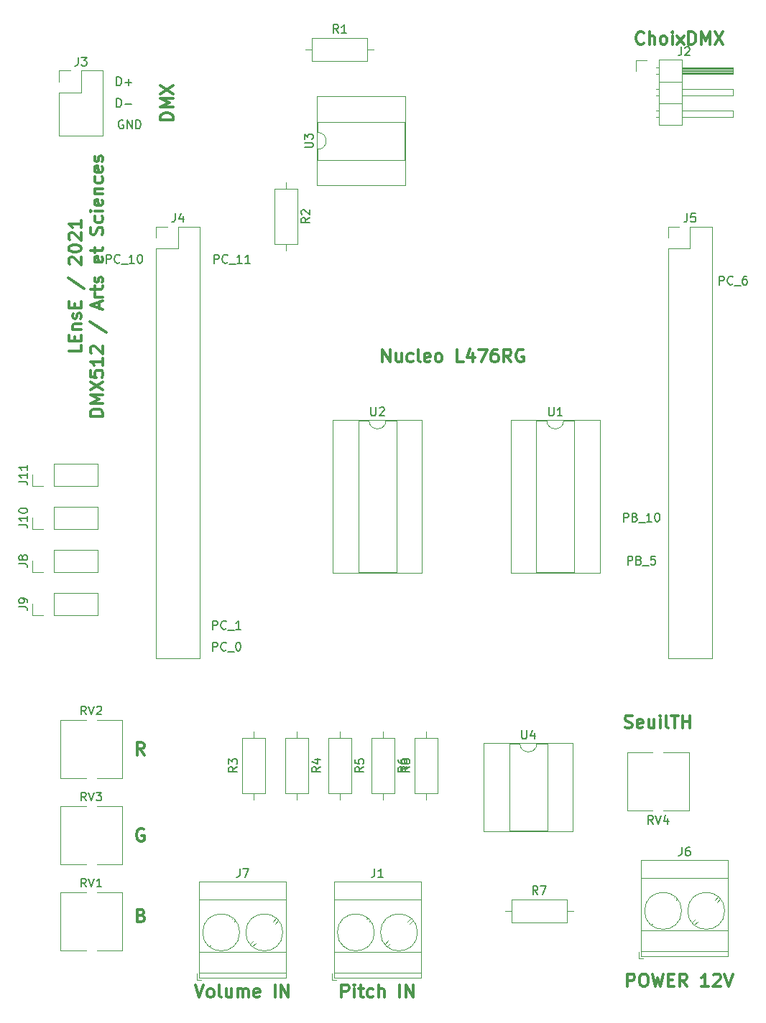
<source format=gbr>
%TF.GenerationSoftware,KiCad,Pcbnew,(5.1.6)-1*%
%TF.CreationDate,2021-11-21T11:26:52+01:00*%
%TF.ProjectId,carteDmx512,63617274-6544-46d7-9835-31322e6b6963,rev?*%
%TF.SameCoordinates,Original*%
%TF.FileFunction,Legend,Top*%
%TF.FilePolarity,Positive*%
%FSLAX46Y46*%
G04 Gerber Fmt 4.6, Leading zero omitted, Abs format (unit mm)*
G04 Created by KiCad (PCBNEW (5.1.6)-1) date 2021-11-21 11:26:52*
%MOMM*%
%LPD*%
G01*
G04 APERTURE LIST*
%ADD10C,0.300000*%
%ADD11C,0.150000*%
%ADD12C,0.120000*%
G04 APERTURE END LIST*
D10*
X205783571Y-59749285D02*
X204283571Y-59749285D01*
X204283571Y-59392142D01*
X204355000Y-59177857D01*
X204497857Y-59035000D01*
X204640714Y-58963571D01*
X204926428Y-58892142D01*
X205140714Y-58892142D01*
X205426428Y-58963571D01*
X205569285Y-59035000D01*
X205712142Y-59177857D01*
X205783571Y-59392142D01*
X205783571Y-59749285D01*
X205783571Y-58249285D02*
X204283571Y-58249285D01*
X205355000Y-57749285D01*
X204283571Y-57249285D01*
X205783571Y-57249285D01*
X204283571Y-56677857D02*
X205783571Y-55677857D01*
X204283571Y-55677857D02*
X205783571Y-56677857D01*
X261251428Y-50700714D02*
X261180000Y-50772142D01*
X260965714Y-50843571D01*
X260822857Y-50843571D01*
X260608571Y-50772142D01*
X260465714Y-50629285D01*
X260394285Y-50486428D01*
X260322857Y-50200714D01*
X260322857Y-49986428D01*
X260394285Y-49700714D01*
X260465714Y-49557857D01*
X260608571Y-49415000D01*
X260822857Y-49343571D01*
X260965714Y-49343571D01*
X261180000Y-49415000D01*
X261251428Y-49486428D01*
X261894285Y-50843571D02*
X261894285Y-49343571D01*
X262537142Y-50843571D02*
X262537142Y-50057857D01*
X262465714Y-49915000D01*
X262322857Y-49843571D01*
X262108571Y-49843571D01*
X261965714Y-49915000D01*
X261894285Y-49986428D01*
X263465714Y-50843571D02*
X263322857Y-50772142D01*
X263251428Y-50700714D01*
X263180000Y-50557857D01*
X263180000Y-50129285D01*
X263251428Y-49986428D01*
X263322857Y-49915000D01*
X263465714Y-49843571D01*
X263680000Y-49843571D01*
X263822857Y-49915000D01*
X263894285Y-49986428D01*
X263965714Y-50129285D01*
X263965714Y-50557857D01*
X263894285Y-50700714D01*
X263822857Y-50772142D01*
X263680000Y-50843571D01*
X263465714Y-50843571D01*
X264608571Y-50843571D02*
X264608571Y-49843571D01*
X264608571Y-49343571D02*
X264537142Y-49415000D01*
X264608571Y-49486428D01*
X264680000Y-49415000D01*
X264608571Y-49343571D01*
X264608571Y-49486428D01*
X265180000Y-50843571D02*
X265965714Y-49843571D01*
X265180000Y-49843571D02*
X265965714Y-50843571D01*
X266537142Y-50843571D02*
X266537142Y-49343571D01*
X266894285Y-49343571D01*
X267108571Y-49415000D01*
X267251428Y-49557857D01*
X267322857Y-49700714D01*
X267394285Y-49986428D01*
X267394285Y-50200714D01*
X267322857Y-50486428D01*
X267251428Y-50629285D01*
X267108571Y-50772142D01*
X266894285Y-50843571D01*
X266537142Y-50843571D01*
X268037142Y-50843571D02*
X268037142Y-49343571D01*
X268537142Y-50415000D01*
X269037142Y-49343571D01*
X269037142Y-50843571D01*
X269608571Y-49343571D02*
X270608571Y-50843571D01*
X270608571Y-49343571D02*
X269608571Y-50843571D01*
X230474285Y-88308571D02*
X230474285Y-86808571D01*
X231331428Y-88308571D01*
X231331428Y-86808571D01*
X232688571Y-87308571D02*
X232688571Y-88308571D01*
X232045714Y-87308571D02*
X232045714Y-88094285D01*
X232117142Y-88237142D01*
X232260000Y-88308571D01*
X232474285Y-88308571D01*
X232617142Y-88237142D01*
X232688571Y-88165714D01*
X234045714Y-88237142D02*
X233902857Y-88308571D01*
X233617142Y-88308571D01*
X233474285Y-88237142D01*
X233402857Y-88165714D01*
X233331428Y-88022857D01*
X233331428Y-87594285D01*
X233402857Y-87451428D01*
X233474285Y-87380000D01*
X233617142Y-87308571D01*
X233902857Y-87308571D01*
X234045714Y-87380000D01*
X234902857Y-88308571D02*
X234760000Y-88237142D01*
X234688571Y-88094285D01*
X234688571Y-86808571D01*
X236045714Y-88237142D02*
X235902857Y-88308571D01*
X235617142Y-88308571D01*
X235474285Y-88237142D01*
X235402857Y-88094285D01*
X235402857Y-87522857D01*
X235474285Y-87380000D01*
X235617142Y-87308571D01*
X235902857Y-87308571D01*
X236045714Y-87380000D01*
X236117142Y-87522857D01*
X236117142Y-87665714D01*
X235402857Y-87808571D01*
X236974285Y-88308571D02*
X236831428Y-88237142D01*
X236760000Y-88165714D01*
X236688571Y-88022857D01*
X236688571Y-87594285D01*
X236760000Y-87451428D01*
X236831428Y-87380000D01*
X236974285Y-87308571D01*
X237188571Y-87308571D01*
X237331428Y-87380000D01*
X237402857Y-87451428D01*
X237474285Y-87594285D01*
X237474285Y-88022857D01*
X237402857Y-88165714D01*
X237331428Y-88237142D01*
X237188571Y-88308571D01*
X236974285Y-88308571D01*
X239974285Y-88308571D02*
X239260000Y-88308571D01*
X239260000Y-86808571D01*
X241117142Y-87308571D02*
X241117142Y-88308571D01*
X240760000Y-86737142D02*
X240402857Y-87808571D01*
X241331428Y-87808571D01*
X241760000Y-86808571D02*
X242760000Y-86808571D01*
X242117142Y-88308571D01*
X243974285Y-86808571D02*
X243688571Y-86808571D01*
X243545714Y-86880000D01*
X243474285Y-86951428D01*
X243331428Y-87165714D01*
X243260000Y-87451428D01*
X243260000Y-88022857D01*
X243331428Y-88165714D01*
X243402857Y-88237142D01*
X243545714Y-88308571D01*
X243831428Y-88308571D01*
X243974285Y-88237142D01*
X244045714Y-88165714D01*
X244117142Y-88022857D01*
X244117142Y-87665714D01*
X244045714Y-87522857D01*
X243974285Y-87451428D01*
X243831428Y-87380000D01*
X243545714Y-87380000D01*
X243402857Y-87451428D01*
X243331428Y-87522857D01*
X243260000Y-87665714D01*
X245617142Y-88308571D02*
X245117142Y-87594285D01*
X244760000Y-88308571D02*
X244760000Y-86808571D01*
X245331428Y-86808571D01*
X245474285Y-86880000D01*
X245545714Y-86951428D01*
X245617142Y-87094285D01*
X245617142Y-87308571D01*
X245545714Y-87451428D01*
X245474285Y-87522857D01*
X245331428Y-87594285D01*
X244760000Y-87594285D01*
X247045714Y-86880000D02*
X246902857Y-86808571D01*
X246688571Y-86808571D01*
X246474285Y-86880000D01*
X246331428Y-87022857D01*
X246260000Y-87165714D01*
X246188571Y-87451428D01*
X246188571Y-87665714D01*
X246260000Y-87951428D01*
X246331428Y-88094285D01*
X246474285Y-88237142D01*
X246688571Y-88308571D01*
X246831428Y-88308571D01*
X247045714Y-88237142D01*
X247117142Y-88165714D01*
X247117142Y-87665714D01*
X246831428Y-87665714D01*
X259032857Y-131417142D02*
X259247142Y-131488571D01*
X259604285Y-131488571D01*
X259747142Y-131417142D01*
X259818571Y-131345714D01*
X259890000Y-131202857D01*
X259890000Y-131060000D01*
X259818571Y-130917142D01*
X259747142Y-130845714D01*
X259604285Y-130774285D01*
X259318571Y-130702857D01*
X259175714Y-130631428D01*
X259104285Y-130560000D01*
X259032857Y-130417142D01*
X259032857Y-130274285D01*
X259104285Y-130131428D01*
X259175714Y-130060000D01*
X259318571Y-129988571D01*
X259675714Y-129988571D01*
X259890000Y-130060000D01*
X261104285Y-131417142D02*
X260961428Y-131488571D01*
X260675714Y-131488571D01*
X260532857Y-131417142D01*
X260461428Y-131274285D01*
X260461428Y-130702857D01*
X260532857Y-130560000D01*
X260675714Y-130488571D01*
X260961428Y-130488571D01*
X261104285Y-130560000D01*
X261175714Y-130702857D01*
X261175714Y-130845714D01*
X260461428Y-130988571D01*
X262461428Y-130488571D02*
X262461428Y-131488571D01*
X261818571Y-130488571D02*
X261818571Y-131274285D01*
X261890000Y-131417142D01*
X262032857Y-131488571D01*
X262247142Y-131488571D01*
X262390000Y-131417142D01*
X262461428Y-131345714D01*
X263175714Y-131488571D02*
X263175714Y-130488571D01*
X263175714Y-129988571D02*
X263104285Y-130060000D01*
X263175714Y-130131428D01*
X263247142Y-130060000D01*
X263175714Y-129988571D01*
X263175714Y-130131428D01*
X264104285Y-131488571D02*
X263961428Y-131417142D01*
X263890000Y-131274285D01*
X263890000Y-129988571D01*
X264461428Y-129988571D02*
X265318571Y-129988571D01*
X264890000Y-131488571D02*
X264890000Y-129988571D01*
X265818571Y-131488571D02*
X265818571Y-129988571D01*
X265818571Y-130702857D02*
X266675714Y-130702857D01*
X266675714Y-131488571D02*
X266675714Y-129988571D01*
X202037142Y-153562857D02*
X202251428Y-153634285D01*
X202322857Y-153705714D01*
X202394285Y-153848571D01*
X202394285Y-154062857D01*
X202322857Y-154205714D01*
X202251428Y-154277142D01*
X202108571Y-154348571D01*
X201537142Y-154348571D01*
X201537142Y-152848571D01*
X202037142Y-152848571D01*
X202180000Y-152920000D01*
X202251428Y-152991428D01*
X202322857Y-153134285D01*
X202322857Y-153277142D01*
X202251428Y-153420000D01*
X202180000Y-153491428D01*
X202037142Y-153562857D01*
X201537142Y-153562857D01*
X202322857Y-143395000D02*
X202180000Y-143323571D01*
X201965714Y-143323571D01*
X201751428Y-143395000D01*
X201608571Y-143537857D01*
X201537142Y-143680714D01*
X201465714Y-143966428D01*
X201465714Y-144180714D01*
X201537142Y-144466428D01*
X201608571Y-144609285D01*
X201751428Y-144752142D01*
X201965714Y-144823571D01*
X202108571Y-144823571D01*
X202322857Y-144752142D01*
X202394285Y-144680714D01*
X202394285Y-144180714D01*
X202108571Y-144180714D01*
X202394285Y-134663571D02*
X201894285Y-133949285D01*
X201537142Y-134663571D02*
X201537142Y-133163571D01*
X202108571Y-133163571D01*
X202251428Y-133235000D01*
X202322857Y-133306428D01*
X202394285Y-133449285D01*
X202394285Y-133663571D01*
X202322857Y-133806428D01*
X202251428Y-133877857D01*
X202108571Y-133949285D01*
X201537142Y-133949285D01*
X259322857Y-161968571D02*
X259322857Y-160468571D01*
X259894285Y-160468571D01*
X260037142Y-160540000D01*
X260108571Y-160611428D01*
X260180000Y-160754285D01*
X260180000Y-160968571D01*
X260108571Y-161111428D01*
X260037142Y-161182857D01*
X259894285Y-161254285D01*
X259322857Y-161254285D01*
X261108571Y-160468571D02*
X261394285Y-160468571D01*
X261537142Y-160540000D01*
X261680000Y-160682857D01*
X261751428Y-160968571D01*
X261751428Y-161468571D01*
X261680000Y-161754285D01*
X261537142Y-161897142D01*
X261394285Y-161968571D01*
X261108571Y-161968571D01*
X260965714Y-161897142D01*
X260822857Y-161754285D01*
X260751428Y-161468571D01*
X260751428Y-160968571D01*
X260822857Y-160682857D01*
X260965714Y-160540000D01*
X261108571Y-160468571D01*
X262251428Y-160468571D02*
X262608571Y-161968571D01*
X262894285Y-160897142D01*
X263180000Y-161968571D01*
X263537142Y-160468571D01*
X264108571Y-161182857D02*
X264608571Y-161182857D01*
X264822857Y-161968571D02*
X264108571Y-161968571D01*
X264108571Y-160468571D01*
X264822857Y-160468571D01*
X266322857Y-161968571D02*
X265822857Y-161254285D01*
X265465714Y-161968571D02*
X265465714Y-160468571D01*
X266037142Y-160468571D01*
X266180000Y-160540000D01*
X266251428Y-160611428D01*
X266322857Y-160754285D01*
X266322857Y-160968571D01*
X266251428Y-161111428D01*
X266180000Y-161182857D01*
X266037142Y-161254285D01*
X265465714Y-161254285D01*
X268894285Y-161968571D02*
X268037142Y-161968571D01*
X268465714Y-161968571D02*
X268465714Y-160468571D01*
X268322857Y-160682857D01*
X268180000Y-160825714D01*
X268037142Y-160897142D01*
X269465714Y-160611428D02*
X269537142Y-160540000D01*
X269680000Y-160468571D01*
X270037142Y-160468571D01*
X270180000Y-160540000D01*
X270251428Y-160611428D01*
X270322857Y-160754285D01*
X270322857Y-160897142D01*
X270251428Y-161111428D01*
X269394285Y-161968571D01*
X270322857Y-161968571D01*
X270751428Y-160468571D02*
X271251428Y-161968571D01*
X271751428Y-160468571D01*
X225655714Y-163238571D02*
X225655714Y-161738571D01*
X226227142Y-161738571D01*
X226370000Y-161810000D01*
X226441428Y-161881428D01*
X226512857Y-162024285D01*
X226512857Y-162238571D01*
X226441428Y-162381428D01*
X226370000Y-162452857D01*
X226227142Y-162524285D01*
X225655714Y-162524285D01*
X227155714Y-163238571D02*
X227155714Y-162238571D01*
X227155714Y-161738571D02*
X227084285Y-161810000D01*
X227155714Y-161881428D01*
X227227142Y-161810000D01*
X227155714Y-161738571D01*
X227155714Y-161881428D01*
X227655714Y-162238571D02*
X228227142Y-162238571D01*
X227870000Y-161738571D02*
X227870000Y-163024285D01*
X227941428Y-163167142D01*
X228084285Y-163238571D01*
X228227142Y-163238571D01*
X229370000Y-163167142D02*
X229227142Y-163238571D01*
X228941428Y-163238571D01*
X228798571Y-163167142D01*
X228727142Y-163095714D01*
X228655714Y-162952857D01*
X228655714Y-162524285D01*
X228727142Y-162381428D01*
X228798571Y-162310000D01*
X228941428Y-162238571D01*
X229227142Y-162238571D01*
X229370000Y-162310000D01*
X230012857Y-163238571D02*
X230012857Y-161738571D01*
X230655714Y-163238571D02*
X230655714Y-162452857D01*
X230584285Y-162310000D01*
X230441428Y-162238571D01*
X230227142Y-162238571D01*
X230084285Y-162310000D01*
X230012857Y-162381428D01*
X232512857Y-163238571D02*
X232512857Y-161738571D01*
X233227142Y-163238571D02*
X233227142Y-161738571D01*
X234084285Y-163238571D01*
X234084285Y-161738571D01*
X208387857Y-161738571D02*
X208887857Y-163238571D01*
X209387857Y-161738571D01*
X210102142Y-163238571D02*
X209959285Y-163167142D01*
X209887857Y-163095714D01*
X209816428Y-162952857D01*
X209816428Y-162524285D01*
X209887857Y-162381428D01*
X209959285Y-162310000D01*
X210102142Y-162238571D01*
X210316428Y-162238571D01*
X210459285Y-162310000D01*
X210530714Y-162381428D01*
X210602142Y-162524285D01*
X210602142Y-162952857D01*
X210530714Y-163095714D01*
X210459285Y-163167142D01*
X210316428Y-163238571D01*
X210102142Y-163238571D01*
X211459285Y-163238571D02*
X211316428Y-163167142D01*
X211245000Y-163024285D01*
X211245000Y-161738571D01*
X212673571Y-162238571D02*
X212673571Y-163238571D01*
X212030714Y-162238571D02*
X212030714Y-163024285D01*
X212102142Y-163167142D01*
X212245000Y-163238571D01*
X212459285Y-163238571D01*
X212602142Y-163167142D01*
X212673571Y-163095714D01*
X213387857Y-163238571D02*
X213387857Y-162238571D01*
X213387857Y-162381428D02*
X213459285Y-162310000D01*
X213602142Y-162238571D01*
X213816428Y-162238571D01*
X213959285Y-162310000D01*
X214030714Y-162452857D01*
X214030714Y-163238571D01*
X214030714Y-162452857D02*
X214102142Y-162310000D01*
X214245000Y-162238571D01*
X214459285Y-162238571D01*
X214602142Y-162310000D01*
X214673571Y-162452857D01*
X214673571Y-163238571D01*
X215959285Y-163167142D02*
X215816428Y-163238571D01*
X215530714Y-163238571D01*
X215387857Y-163167142D01*
X215316428Y-163024285D01*
X215316428Y-162452857D01*
X215387857Y-162310000D01*
X215530714Y-162238571D01*
X215816428Y-162238571D01*
X215959285Y-162310000D01*
X216030714Y-162452857D01*
X216030714Y-162595714D01*
X215316428Y-162738571D01*
X217816428Y-163238571D02*
X217816428Y-161738571D01*
X218530714Y-163238571D02*
X218530714Y-161738571D01*
X219387857Y-163238571D01*
X219387857Y-161738571D01*
X194983571Y-86339285D02*
X194983571Y-87053571D01*
X193483571Y-87053571D01*
X194197857Y-85839285D02*
X194197857Y-85339285D01*
X194983571Y-85125000D02*
X194983571Y-85839285D01*
X193483571Y-85839285D01*
X193483571Y-85125000D01*
X193983571Y-84482142D02*
X194983571Y-84482142D01*
X194126428Y-84482142D02*
X194055000Y-84410714D01*
X193983571Y-84267857D01*
X193983571Y-84053571D01*
X194055000Y-83910714D01*
X194197857Y-83839285D01*
X194983571Y-83839285D01*
X194912142Y-83196428D02*
X194983571Y-83053571D01*
X194983571Y-82767857D01*
X194912142Y-82625000D01*
X194769285Y-82553571D01*
X194697857Y-82553571D01*
X194555000Y-82625000D01*
X194483571Y-82767857D01*
X194483571Y-82982142D01*
X194412142Y-83125000D01*
X194269285Y-83196428D01*
X194197857Y-83196428D01*
X194055000Y-83125000D01*
X193983571Y-82982142D01*
X193983571Y-82767857D01*
X194055000Y-82625000D01*
X194197857Y-81910714D02*
X194197857Y-81410714D01*
X194983571Y-81196428D02*
X194983571Y-81910714D01*
X193483571Y-81910714D01*
X193483571Y-81196428D01*
X193412142Y-78339285D02*
X195340714Y-79625000D01*
X193626428Y-76767857D02*
X193555000Y-76696428D01*
X193483571Y-76553571D01*
X193483571Y-76196428D01*
X193555000Y-76053571D01*
X193626428Y-75982142D01*
X193769285Y-75910714D01*
X193912142Y-75910714D01*
X194126428Y-75982142D01*
X194983571Y-76839285D01*
X194983571Y-75910714D01*
X193483571Y-74982142D02*
X193483571Y-74839285D01*
X193555000Y-74696428D01*
X193626428Y-74625000D01*
X193769285Y-74553571D01*
X194055000Y-74482142D01*
X194412142Y-74482142D01*
X194697857Y-74553571D01*
X194840714Y-74625000D01*
X194912142Y-74696428D01*
X194983571Y-74839285D01*
X194983571Y-74982142D01*
X194912142Y-75125000D01*
X194840714Y-75196428D01*
X194697857Y-75267857D01*
X194412142Y-75339285D01*
X194055000Y-75339285D01*
X193769285Y-75267857D01*
X193626428Y-75196428D01*
X193555000Y-75125000D01*
X193483571Y-74982142D01*
X193626428Y-73910714D02*
X193555000Y-73839285D01*
X193483571Y-73696428D01*
X193483571Y-73339285D01*
X193555000Y-73196428D01*
X193626428Y-73125000D01*
X193769285Y-73053571D01*
X193912142Y-73053571D01*
X194126428Y-73125000D01*
X194983571Y-73982142D01*
X194983571Y-73053571D01*
X194983571Y-71625000D02*
X194983571Y-72482142D01*
X194983571Y-72053571D02*
X193483571Y-72053571D01*
X193697857Y-72196428D01*
X193840714Y-72339285D01*
X193912142Y-72482142D01*
X197533571Y-94696428D02*
X196033571Y-94696428D01*
X196033571Y-94339285D01*
X196105000Y-94125000D01*
X196247857Y-93982142D01*
X196390714Y-93910714D01*
X196676428Y-93839285D01*
X196890714Y-93839285D01*
X197176428Y-93910714D01*
X197319285Y-93982142D01*
X197462142Y-94125000D01*
X197533571Y-94339285D01*
X197533571Y-94696428D01*
X197533571Y-93196428D02*
X196033571Y-93196428D01*
X197105000Y-92696428D01*
X196033571Y-92196428D01*
X197533571Y-92196428D01*
X196033571Y-91625000D02*
X197533571Y-90625000D01*
X196033571Y-90625000D02*
X197533571Y-91625000D01*
X196033571Y-89339285D02*
X196033571Y-90053571D01*
X196747857Y-90125000D01*
X196676428Y-90053571D01*
X196605000Y-89910714D01*
X196605000Y-89553571D01*
X196676428Y-89410714D01*
X196747857Y-89339285D01*
X196890714Y-89267857D01*
X197247857Y-89267857D01*
X197390714Y-89339285D01*
X197462142Y-89410714D01*
X197533571Y-89553571D01*
X197533571Y-89910714D01*
X197462142Y-90053571D01*
X197390714Y-90125000D01*
X197533571Y-87839285D02*
X197533571Y-88696428D01*
X197533571Y-88267857D02*
X196033571Y-88267857D01*
X196247857Y-88410714D01*
X196390714Y-88553571D01*
X196462142Y-88696428D01*
X196176428Y-87267857D02*
X196105000Y-87196428D01*
X196033571Y-87053571D01*
X196033571Y-86696428D01*
X196105000Y-86553571D01*
X196176428Y-86482142D01*
X196319285Y-86410714D01*
X196462142Y-86410714D01*
X196676428Y-86482142D01*
X197533571Y-87339285D01*
X197533571Y-86410714D01*
X195962142Y-83553571D02*
X197890714Y-84839285D01*
X197105000Y-81982142D02*
X197105000Y-81267857D01*
X197533571Y-82125000D02*
X196033571Y-81625000D01*
X197533571Y-81125000D01*
X197533571Y-80625000D02*
X196533571Y-80625000D01*
X196819285Y-80625000D02*
X196676428Y-80553571D01*
X196605000Y-80482142D01*
X196533571Y-80339285D01*
X196533571Y-80196428D01*
X196533571Y-79910714D02*
X196533571Y-79339285D01*
X196033571Y-79696428D02*
X197319285Y-79696428D01*
X197462142Y-79625000D01*
X197533571Y-79482142D01*
X197533571Y-79339285D01*
X197462142Y-78910714D02*
X197533571Y-78767857D01*
X197533571Y-78482142D01*
X197462142Y-78339285D01*
X197319285Y-78267857D01*
X197247857Y-78267857D01*
X197105000Y-78339285D01*
X197033571Y-78482142D01*
X197033571Y-78696428D01*
X196962142Y-78839285D01*
X196819285Y-78910714D01*
X196747857Y-78910714D01*
X196605000Y-78839285D01*
X196533571Y-78696428D01*
X196533571Y-78482142D01*
X196605000Y-78339285D01*
X197462142Y-75910714D02*
X197533571Y-76053571D01*
X197533571Y-76339285D01*
X197462142Y-76482142D01*
X197319285Y-76553571D01*
X196747857Y-76553571D01*
X196605000Y-76482142D01*
X196533571Y-76339285D01*
X196533571Y-76053571D01*
X196605000Y-75910714D01*
X196747857Y-75839285D01*
X196890714Y-75839285D01*
X197033571Y-76553571D01*
X196533571Y-75410714D02*
X196533571Y-74839285D01*
X196033571Y-75196428D02*
X197319285Y-75196428D01*
X197462142Y-75125000D01*
X197533571Y-74982142D01*
X197533571Y-74839285D01*
X197462142Y-73267857D02*
X197533571Y-73053571D01*
X197533571Y-72696428D01*
X197462142Y-72553571D01*
X197390714Y-72482142D01*
X197247857Y-72410714D01*
X197105000Y-72410714D01*
X196962142Y-72482142D01*
X196890714Y-72553571D01*
X196819285Y-72696428D01*
X196747857Y-72982142D01*
X196676428Y-73125000D01*
X196605000Y-73196428D01*
X196462142Y-73267857D01*
X196319285Y-73267857D01*
X196176428Y-73196428D01*
X196105000Y-73125000D01*
X196033571Y-72982142D01*
X196033571Y-72625000D01*
X196105000Y-72410714D01*
X197462142Y-71125000D02*
X197533571Y-71267857D01*
X197533571Y-71553571D01*
X197462142Y-71696428D01*
X197390714Y-71767857D01*
X197247857Y-71839285D01*
X196819285Y-71839285D01*
X196676428Y-71767857D01*
X196605000Y-71696428D01*
X196533571Y-71553571D01*
X196533571Y-71267857D01*
X196605000Y-71125000D01*
X197533571Y-70482142D02*
X196533571Y-70482142D01*
X196033571Y-70482142D02*
X196105000Y-70553571D01*
X196176428Y-70482142D01*
X196105000Y-70410714D01*
X196033571Y-70482142D01*
X196176428Y-70482142D01*
X197462142Y-69196428D02*
X197533571Y-69339285D01*
X197533571Y-69625000D01*
X197462142Y-69767857D01*
X197319285Y-69839285D01*
X196747857Y-69839285D01*
X196605000Y-69767857D01*
X196533571Y-69625000D01*
X196533571Y-69339285D01*
X196605000Y-69196428D01*
X196747857Y-69125000D01*
X196890714Y-69125000D01*
X197033571Y-69839285D01*
X196533571Y-68482142D02*
X197533571Y-68482142D01*
X196676428Y-68482142D02*
X196605000Y-68410714D01*
X196533571Y-68267857D01*
X196533571Y-68053571D01*
X196605000Y-67910714D01*
X196747857Y-67839285D01*
X197533571Y-67839285D01*
X197462142Y-66482142D02*
X197533571Y-66625000D01*
X197533571Y-66910714D01*
X197462142Y-67053571D01*
X197390714Y-67125000D01*
X197247857Y-67196428D01*
X196819285Y-67196428D01*
X196676428Y-67125000D01*
X196605000Y-67053571D01*
X196533571Y-66910714D01*
X196533571Y-66625000D01*
X196605000Y-66482142D01*
X197462142Y-65267857D02*
X197533571Y-65410714D01*
X197533571Y-65696428D01*
X197462142Y-65839285D01*
X197319285Y-65910714D01*
X196747857Y-65910714D01*
X196605000Y-65839285D01*
X196533571Y-65696428D01*
X196533571Y-65410714D01*
X196605000Y-65267857D01*
X196747857Y-65196428D01*
X196890714Y-65196428D01*
X197033571Y-65910714D01*
X197462142Y-64625000D02*
X197533571Y-64482142D01*
X197533571Y-64196428D01*
X197462142Y-64053571D01*
X197319285Y-63982142D01*
X197247857Y-63982142D01*
X197105000Y-64053571D01*
X197033571Y-64196428D01*
X197033571Y-64410714D01*
X196962142Y-64553571D01*
X196819285Y-64625000D01*
X196747857Y-64625000D01*
X196605000Y-64553571D01*
X196533571Y-64410714D01*
X196533571Y-64196428D01*
X196605000Y-64053571D01*
D11*
X258889761Y-107132380D02*
X258889761Y-106132380D01*
X259270714Y-106132380D01*
X259365952Y-106180000D01*
X259413571Y-106227619D01*
X259461190Y-106322857D01*
X259461190Y-106465714D01*
X259413571Y-106560952D01*
X259365952Y-106608571D01*
X259270714Y-106656190D01*
X258889761Y-106656190D01*
X260223095Y-106608571D02*
X260365952Y-106656190D01*
X260413571Y-106703809D01*
X260461190Y-106799047D01*
X260461190Y-106941904D01*
X260413571Y-107037142D01*
X260365952Y-107084761D01*
X260270714Y-107132380D01*
X259889761Y-107132380D01*
X259889761Y-106132380D01*
X260223095Y-106132380D01*
X260318333Y-106180000D01*
X260365952Y-106227619D01*
X260413571Y-106322857D01*
X260413571Y-106418095D01*
X260365952Y-106513333D01*
X260318333Y-106560952D01*
X260223095Y-106608571D01*
X259889761Y-106608571D01*
X260651666Y-107227619D02*
X261413571Y-107227619D01*
X262175476Y-107132380D02*
X261604047Y-107132380D01*
X261889761Y-107132380D02*
X261889761Y-106132380D01*
X261794523Y-106275238D01*
X261699285Y-106370476D01*
X261604047Y-106418095D01*
X262794523Y-106132380D02*
X262889761Y-106132380D01*
X262985000Y-106180000D01*
X263032619Y-106227619D01*
X263080238Y-106322857D01*
X263127857Y-106513333D01*
X263127857Y-106751428D01*
X263080238Y-106941904D01*
X263032619Y-107037142D01*
X262985000Y-107084761D01*
X262889761Y-107132380D01*
X262794523Y-107132380D01*
X262699285Y-107084761D01*
X262651666Y-107037142D01*
X262604047Y-106941904D01*
X262556428Y-106751428D01*
X262556428Y-106513333D01*
X262604047Y-106322857D01*
X262651666Y-106227619D01*
X262699285Y-106180000D01*
X262794523Y-106132380D01*
X259365952Y-112212380D02*
X259365952Y-111212380D01*
X259746904Y-111212380D01*
X259842142Y-111260000D01*
X259889761Y-111307619D01*
X259937380Y-111402857D01*
X259937380Y-111545714D01*
X259889761Y-111640952D01*
X259842142Y-111688571D01*
X259746904Y-111736190D01*
X259365952Y-111736190D01*
X260699285Y-111688571D02*
X260842142Y-111736190D01*
X260889761Y-111783809D01*
X260937380Y-111879047D01*
X260937380Y-112021904D01*
X260889761Y-112117142D01*
X260842142Y-112164761D01*
X260746904Y-112212380D01*
X260365952Y-112212380D01*
X260365952Y-111212380D01*
X260699285Y-111212380D01*
X260794523Y-111260000D01*
X260842142Y-111307619D01*
X260889761Y-111402857D01*
X260889761Y-111498095D01*
X260842142Y-111593333D01*
X260794523Y-111640952D01*
X260699285Y-111688571D01*
X260365952Y-111688571D01*
X261127857Y-112307619D02*
X261889761Y-112307619D01*
X262604047Y-111212380D02*
X262127857Y-111212380D01*
X262080238Y-111688571D01*
X262127857Y-111640952D01*
X262223095Y-111593333D01*
X262461190Y-111593333D01*
X262556428Y-111640952D01*
X262604047Y-111688571D01*
X262651666Y-111783809D01*
X262651666Y-112021904D01*
X262604047Y-112117142D01*
X262556428Y-112164761D01*
X262461190Y-112212380D01*
X262223095Y-112212380D01*
X262127857Y-112164761D01*
X262080238Y-112117142D01*
X270160952Y-79192380D02*
X270160952Y-78192380D01*
X270541904Y-78192380D01*
X270637142Y-78240000D01*
X270684761Y-78287619D01*
X270732380Y-78382857D01*
X270732380Y-78525714D01*
X270684761Y-78620952D01*
X270637142Y-78668571D01*
X270541904Y-78716190D01*
X270160952Y-78716190D01*
X271732380Y-79097142D02*
X271684761Y-79144761D01*
X271541904Y-79192380D01*
X271446666Y-79192380D01*
X271303809Y-79144761D01*
X271208571Y-79049523D01*
X271160952Y-78954285D01*
X271113333Y-78763809D01*
X271113333Y-78620952D01*
X271160952Y-78430476D01*
X271208571Y-78335238D01*
X271303809Y-78240000D01*
X271446666Y-78192380D01*
X271541904Y-78192380D01*
X271684761Y-78240000D01*
X271732380Y-78287619D01*
X271922857Y-79287619D02*
X272684761Y-79287619D01*
X273351428Y-78192380D02*
X273160952Y-78192380D01*
X273065714Y-78240000D01*
X273018095Y-78287619D01*
X272922857Y-78430476D01*
X272875238Y-78620952D01*
X272875238Y-79001904D01*
X272922857Y-79097142D01*
X272970476Y-79144761D01*
X273065714Y-79192380D01*
X273256190Y-79192380D01*
X273351428Y-79144761D01*
X273399047Y-79097142D01*
X273446666Y-79001904D01*
X273446666Y-78763809D01*
X273399047Y-78668571D01*
X273351428Y-78620952D01*
X273256190Y-78573333D01*
X273065714Y-78573333D01*
X272970476Y-78620952D01*
X272922857Y-78668571D01*
X272875238Y-78763809D01*
X199144047Y-58237380D02*
X199144047Y-57237380D01*
X199382142Y-57237380D01*
X199525000Y-57285000D01*
X199620238Y-57380238D01*
X199667857Y-57475476D01*
X199715476Y-57665952D01*
X199715476Y-57808809D01*
X199667857Y-57999285D01*
X199620238Y-58094523D01*
X199525000Y-58189761D01*
X199382142Y-58237380D01*
X199144047Y-58237380D01*
X200144047Y-57856428D02*
X200905952Y-57856428D01*
X199144047Y-55697380D02*
X199144047Y-54697380D01*
X199382142Y-54697380D01*
X199525000Y-54745000D01*
X199620238Y-54840238D01*
X199667857Y-54935476D01*
X199715476Y-55125952D01*
X199715476Y-55268809D01*
X199667857Y-55459285D01*
X199620238Y-55554523D01*
X199525000Y-55649761D01*
X199382142Y-55697380D01*
X199144047Y-55697380D01*
X200144047Y-55316428D02*
X200905952Y-55316428D01*
X200525000Y-55697380D02*
X200525000Y-54935476D01*
X199898095Y-59825000D02*
X199802857Y-59777380D01*
X199660000Y-59777380D01*
X199517142Y-59825000D01*
X199421904Y-59920238D01*
X199374285Y-60015476D01*
X199326666Y-60205952D01*
X199326666Y-60348809D01*
X199374285Y-60539285D01*
X199421904Y-60634523D01*
X199517142Y-60729761D01*
X199660000Y-60777380D01*
X199755238Y-60777380D01*
X199898095Y-60729761D01*
X199945714Y-60682142D01*
X199945714Y-60348809D01*
X199755238Y-60348809D01*
X200374285Y-60777380D02*
X200374285Y-59777380D01*
X200945714Y-60777380D01*
X200945714Y-59777380D01*
X201421904Y-60777380D02*
X201421904Y-59777380D01*
X201660000Y-59777380D01*
X201802857Y-59825000D01*
X201898095Y-59920238D01*
X201945714Y-60015476D01*
X201993333Y-60205952D01*
X201993333Y-60348809D01*
X201945714Y-60539285D01*
X201898095Y-60634523D01*
X201802857Y-60729761D01*
X201660000Y-60777380D01*
X201421904Y-60777380D01*
X210629761Y-76652380D02*
X210629761Y-75652380D01*
X211010714Y-75652380D01*
X211105952Y-75700000D01*
X211153571Y-75747619D01*
X211201190Y-75842857D01*
X211201190Y-75985714D01*
X211153571Y-76080952D01*
X211105952Y-76128571D01*
X211010714Y-76176190D01*
X210629761Y-76176190D01*
X212201190Y-76557142D02*
X212153571Y-76604761D01*
X212010714Y-76652380D01*
X211915476Y-76652380D01*
X211772619Y-76604761D01*
X211677380Y-76509523D01*
X211629761Y-76414285D01*
X211582142Y-76223809D01*
X211582142Y-76080952D01*
X211629761Y-75890476D01*
X211677380Y-75795238D01*
X211772619Y-75700000D01*
X211915476Y-75652380D01*
X212010714Y-75652380D01*
X212153571Y-75700000D01*
X212201190Y-75747619D01*
X212391666Y-76747619D02*
X213153571Y-76747619D01*
X213915476Y-76652380D02*
X213344047Y-76652380D01*
X213629761Y-76652380D02*
X213629761Y-75652380D01*
X213534523Y-75795238D01*
X213439285Y-75890476D01*
X213344047Y-75938095D01*
X214867857Y-76652380D02*
X214296428Y-76652380D01*
X214582142Y-76652380D02*
X214582142Y-75652380D01*
X214486904Y-75795238D01*
X214391666Y-75890476D01*
X214296428Y-75938095D01*
X197929761Y-76652380D02*
X197929761Y-75652380D01*
X198310714Y-75652380D01*
X198405952Y-75700000D01*
X198453571Y-75747619D01*
X198501190Y-75842857D01*
X198501190Y-75985714D01*
X198453571Y-76080952D01*
X198405952Y-76128571D01*
X198310714Y-76176190D01*
X197929761Y-76176190D01*
X199501190Y-76557142D02*
X199453571Y-76604761D01*
X199310714Y-76652380D01*
X199215476Y-76652380D01*
X199072619Y-76604761D01*
X198977380Y-76509523D01*
X198929761Y-76414285D01*
X198882142Y-76223809D01*
X198882142Y-76080952D01*
X198929761Y-75890476D01*
X198977380Y-75795238D01*
X199072619Y-75700000D01*
X199215476Y-75652380D01*
X199310714Y-75652380D01*
X199453571Y-75700000D01*
X199501190Y-75747619D01*
X199691666Y-76747619D02*
X200453571Y-76747619D01*
X201215476Y-76652380D02*
X200644047Y-76652380D01*
X200929761Y-76652380D02*
X200929761Y-75652380D01*
X200834523Y-75795238D01*
X200739285Y-75890476D01*
X200644047Y-75938095D01*
X201834523Y-75652380D02*
X201929761Y-75652380D01*
X202025000Y-75700000D01*
X202072619Y-75747619D01*
X202120238Y-75842857D01*
X202167857Y-76033333D01*
X202167857Y-76271428D01*
X202120238Y-76461904D01*
X202072619Y-76557142D01*
X202025000Y-76604761D01*
X201929761Y-76652380D01*
X201834523Y-76652380D01*
X201739285Y-76604761D01*
X201691666Y-76557142D01*
X201644047Y-76461904D01*
X201596428Y-76271428D01*
X201596428Y-76033333D01*
X201644047Y-75842857D01*
X201691666Y-75747619D01*
X201739285Y-75700000D01*
X201834523Y-75652380D01*
X210470952Y-119832380D02*
X210470952Y-118832380D01*
X210851904Y-118832380D01*
X210947142Y-118880000D01*
X210994761Y-118927619D01*
X211042380Y-119022857D01*
X211042380Y-119165714D01*
X210994761Y-119260952D01*
X210947142Y-119308571D01*
X210851904Y-119356190D01*
X210470952Y-119356190D01*
X212042380Y-119737142D02*
X211994761Y-119784761D01*
X211851904Y-119832380D01*
X211756666Y-119832380D01*
X211613809Y-119784761D01*
X211518571Y-119689523D01*
X211470952Y-119594285D01*
X211423333Y-119403809D01*
X211423333Y-119260952D01*
X211470952Y-119070476D01*
X211518571Y-118975238D01*
X211613809Y-118880000D01*
X211756666Y-118832380D01*
X211851904Y-118832380D01*
X211994761Y-118880000D01*
X212042380Y-118927619D01*
X212232857Y-119927619D02*
X212994761Y-119927619D01*
X213756666Y-119832380D02*
X213185238Y-119832380D01*
X213470952Y-119832380D02*
X213470952Y-118832380D01*
X213375714Y-118975238D01*
X213280476Y-119070476D01*
X213185238Y-119118095D01*
X210470952Y-122372380D02*
X210470952Y-121372380D01*
X210851904Y-121372380D01*
X210947142Y-121420000D01*
X210994761Y-121467619D01*
X211042380Y-121562857D01*
X211042380Y-121705714D01*
X210994761Y-121800952D01*
X210947142Y-121848571D01*
X210851904Y-121896190D01*
X210470952Y-121896190D01*
X212042380Y-122277142D02*
X211994761Y-122324761D01*
X211851904Y-122372380D01*
X211756666Y-122372380D01*
X211613809Y-122324761D01*
X211518571Y-122229523D01*
X211470952Y-122134285D01*
X211423333Y-121943809D01*
X211423333Y-121800952D01*
X211470952Y-121610476D01*
X211518571Y-121515238D01*
X211613809Y-121420000D01*
X211756666Y-121372380D01*
X211851904Y-121372380D01*
X211994761Y-121420000D01*
X212042380Y-121467619D01*
X212232857Y-122467619D02*
X212994761Y-122467619D01*
X213423333Y-121372380D02*
X213518571Y-121372380D01*
X213613809Y-121420000D01*
X213661428Y-121467619D01*
X213709047Y-121562857D01*
X213756666Y-121753333D01*
X213756666Y-121991428D01*
X213709047Y-122181904D01*
X213661428Y-122277142D01*
X213613809Y-122324761D01*
X213518571Y-122372380D01*
X213423333Y-122372380D01*
X213328095Y-122324761D01*
X213280476Y-122277142D01*
X213232857Y-122181904D01*
X213185238Y-121991428D01*
X213185238Y-121753333D01*
X213232857Y-121562857D01*
X213280476Y-121467619D01*
X213328095Y-121420000D01*
X213423333Y-121372380D01*
D12*
%TO.C,U1*%
X249825000Y-95190000D02*
X248575000Y-95190000D01*
X248575000Y-95190000D02*
X248575000Y-113090000D01*
X248575000Y-113090000D02*
X253075000Y-113090000D01*
X253075000Y-113090000D02*
X253075000Y-95190000D01*
X253075000Y-95190000D02*
X251825000Y-95190000D01*
X245575000Y-95130000D02*
X245575000Y-113150000D01*
X245575000Y-113150000D02*
X256075000Y-113150000D01*
X256075000Y-113150000D02*
X256075000Y-95130000D01*
X256075000Y-95130000D02*
X245575000Y-95130000D01*
X251825000Y-95190000D02*
G75*
G02*
X249825000Y-95190000I-1000000J0D01*
G01*
%TO.C,J4*%
X203775000Y-72330000D02*
X205105000Y-72330000D01*
X203775000Y-73660000D02*
X203775000Y-72330000D01*
X206375000Y-72330000D02*
X208975000Y-72330000D01*
X206375000Y-74930000D02*
X206375000Y-72330000D01*
X203775000Y-74930000D02*
X206375000Y-74930000D01*
X208975000Y-72330000D02*
X208975000Y-123250000D01*
X203775000Y-74930000D02*
X203775000Y-123250000D01*
X203775000Y-123250000D02*
X208975000Y-123250000D01*
%TO.C,J5*%
X264100000Y-123250000D02*
X269300000Y-123250000D01*
X264100000Y-74930000D02*
X264100000Y-123250000D01*
X269300000Y-72330000D02*
X269300000Y-123250000D01*
X264100000Y-74930000D02*
X266700000Y-74930000D01*
X266700000Y-74930000D02*
X266700000Y-72330000D01*
X266700000Y-72330000D02*
X269300000Y-72330000D01*
X264100000Y-73660000D02*
X264100000Y-72330000D01*
X264100000Y-72330000D02*
X265430000Y-72330000D01*
%TO.C,J3*%
X192345000Y-53915000D02*
X193675000Y-53915000D01*
X192345000Y-55245000D02*
X192345000Y-53915000D01*
X194945000Y-53915000D02*
X197545000Y-53915000D01*
X194945000Y-56515000D02*
X194945000Y-53915000D01*
X192345000Y-56515000D02*
X194945000Y-56515000D01*
X197545000Y-53915000D02*
X197545000Y-61655000D01*
X192345000Y-56515000D02*
X192345000Y-61655000D01*
X192345000Y-61655000D02*
X197545000Y-61655000D01*
%TO.C,RV1*%
X192535000Y-150885000D02*
X195565000Y-150885000D01*
X196865000Y-150885000D02*
X199775000Y-150885000D01*
X192535000Y-157725000D02*
X195565000Y-157725000D01*
X196865000Y-157725000D02*
X199775000Y-157725000D01*
X192535000Y-150885000D02*
X192535000Y-157725000D01*
X199775000Y-150885000D02*
X199775000Y-157725000D01*
%TO.C,RV2*%
X199775000Y-130565000D02*
X199775000Y-137405000D01*
X192535000Y-130565000D02*
X192535000Y-137405000D01*
X196865000Y-137405000D02*
X199775000Y-137405000D01*
X192535000Y-137405000D02*
X195565000Y-137405000D01*
X196865000Y-130565000D02*
X199775000Y-130565000D01*
X192535000Y-130565000D02*
X195565000Y-130565000D01*
%TO.C,RV3*%
X199775000Y-140725000D02*
X199775000Y-147565000D01*
X192535000Y-140725000D02*
X192535000Y-147565000D01*
X196865000Y-147565000D02*
X199775000Y-147565000D01*
X192535000Y-147565000D02*
X195565000Y-147565000D01*
X196865000Y-140725000D02*
X199775000Y-140725000D01*
X192535000Y-140725000D02*
X195565000Y-140725000D01*
%TO.C,U3*%
X222765000Y-56980000D02*
X222765000Y-67480000D01*
X233165000Y-56980000D02*
X222765000Y-56980000D01*
X233165000Y-67480000D02*
X233165000Y-56980000D01*
X222765000Y-67480000D02*
X233165000Y-67480000D01*
X222825000Y-59980000D02*
X222825000Y-61230000D01*
X233105000Y-59980000D02*
X222825000Y-59980000D01*
X233105000Y-64480000D02*
X233105000Y-59980000D01*
X222825000Y-64480000D02*
X233105000Y-64480000D01*
X222825000Y-63230000D02*
X222825000Y-64480000D01*
X222825000Y-61230000D02*
G75*
G02*
X222825000Y-63230000I0J-1000000D01*
G01*
%TO.C,J6*%
X260685000Y-158635000D02*
X261185000Y-158635000D01*
X260685000Y-157895000D02*
X260685000Y-158635000D01*
X267347000Y-154027000D02*
X266952000Y-154423000D01*
X269993000Y-151381000D02*
X269613000Y-151761000D01*
X267598000Y-154309000D02*
X267218000Y-154689000D01*
X270259000Y-151647000D02*
X269864000Y-152043000D01*
X261977000Y-154316000D02*
X261871000Y-154423000D01*
X264913000Y-151381000D02*
X264806000Y-151488000D01*
X262243000Y-154582000D02*
X262137000Y-154689000D01*
X265179000Y-151647000D02*
X265072000Y-151754000D01*
X271205000Y-147075000D02*
X271205000Y-158395000D01*
X260925000Y-147075000D02*
X260925000Y-158395000D01*
X260925000Y-158395000D02*
X271205000Y-158395000D01*
X260925000Y-147075000D02*
X271205000Y-147075000D01*
X260925000Y-149135000D02*
X271205000Y-149135000D01*
X260925000Y-155335000D02*
X271205000Y-155335000D01*
X260925000Y-157835000D02*
X271205000Y-157835000D01*
X270785000Y-153035000D02*
G75*
G03*
X270785000Y-153035000I-2180000J0D01*
G01*
X265705000Y-153035000D02*
G75*
G03*
X265705000Y-153035000I-2180000J0D01*
G01*
%TO.C,J2*%
X260350000Y-52705000D02*
X261620000Y-52705000D01*
X260350000Y-53975000D02*
X260350000Y-52705000D01*
X262662929Y-59435000D02*
X263060000Y-59435000D01*
X262662929Y-58675000D02*
X263060000Y-58675000D01*
X271720000Y-59435000D02*
X265720000Y-59435000D01*
X271720000Y-58675000D02*
X271720000Y-59435000D01*
X265720000Y-58675000D02*
X271720000Y-58675000D01*
X263060000Y-57785000D02*
X265720000Y-57785000D01*
X262662929Y-56895000D02*
X263060000Y-56895000D01*
X262662929Y-56135000D02*
X263060000Y-56135000D01*
X271720000Y-56895000D02*
X265720000Y-56895000D01*
X271720000Y-56135000D02*
X271720000Y-56895000D01*
X265720000Y-56135000D02*
X271720000Y-56135000D01*
X263060000Y-55245000D02*
X265720000Y-55245000D01*
X262730000Y-54355000D02*
X263060000Y-54355000D01*
X262730000Y-53595000D02*
X263060000Y-53595000D01*
X265720000Y-54255000D02*
X271720000Y-54255000D01*
X265720000Y-54135000D02*
X271720000Y-54135000D01*
X265720000Y-54015000D02*
X271720000Y-54015000D01*
X265720000Y-53895000D02*
X271720000Y-53895000D01*
X265720000Y-53775000D02*
X271720000Y-53775000D01*
X265720000Y-53655000D02*
X271720000Y-53655000D01*
X271720000Y-54355000D02*
X265720000Y-54355000D01*
X271720000Y-53595000D02*
X271720000Y-54355000D01*
X265720000Y-53595000D02*
X271720000Y-53595000D01*
X265720000Y-52645000D02*
X263060000Y-52645000D01*
X265720000Y-60385000D02*
X265720000Y-52645000D01*
X263060000Y-60385000D02*
X265720000Y-60385000D01*
X263060000Y-52645000D02*
X263060000Y-60385000D01*
%TO.C,U2*%
X235120000Y-95130000D02*
X224620000Y-95130000D01*
X235120000Y-113150000D02*
X235120000Y-95130000D01*
X224620000Y-113150000D02*
X235120000Y-113150000D01*
X224620000Y-95130000D02*
X224620000Y-113150000D01*
X232120000Y-95190000D02*
X230870000Y-95190000D01*
X232120000Y-113090000D02*
X232120000Y-95190000D01*
X227620000Y-113090000D02*
X232120000Y-113090000D01*
X227620000Y-95190000D02*
X227620000Y-113090000D01*
X228870000Y-95190000D02*
X227620000Y-95190000D01*
X230870000Y-95190000D02*
G75*
G02*
X228870000Y-95190000I-1000000J0D01*
G01*
%TO.C,J7*%
X213635000Y-155575000D02*
G75*
G03*
X213635000Y-155575000I-2180000J0D01*
G01*
X218715000Y-155575000D02*
G75*
G03*
X218715000Y-155575000I-2180000J0D01*
G01*
X208855000Y-160375000D02*
X219135000Y-160375000D01*
X208855000Y-157875000D02*
X219135000Y-157875000D01*
X208855000Y-151675000D02*
X219135000Y-151675000D01*
X208855000Y-149615000D02*
X219135000Y-149615000D01*
X208855000Y-160935000D02*
X219135000Y-160935000D01*
X208855000Y-149615000D02*
X208855000Y-160935000D01*
X219135000Y-149615000D02*
X219135000Y-160935000D01*
X213109000Y-154187000D02*
X213002000Y-154294000D01*
X210173000Y-157122000D02*
X210067000Y-157229000D01*
X212843000Y-153921000D02*
X212736000Y-154028000D01*
X209907000Y-156856000D02*
X209801000Y-156963000D01*
X218189000Y-154187000D02*
X217794000Y-154583000D01*
X215528000Y-156849000D02*
X215148000Y-157229000D01*
X217923000Y-153921000D02*
X217543000Y-154301000D01*
X215277000Y-156567000D02*
X214882000Y-156963000D01*
X208615000Y-160435000D02*
X208615000Y-161175000D01*
X208615000Y-161175000D02*
X209115000Y-161175000D01*
%TO.C,R3*%
X215265000Y-131850000D02*
X215265000Y-132620000D01*
X215265000Y-139930000D02*
X215265000Y-139160000D01*
X213895000Y-132620000D02*
X213895000Y-139160000D01*
X216635000Y-132620000D02*
X213895000Y-132620000D01*
X216635000Y-139160000D02*
X216635000Y-132620000D01*
X213895000Y-139160000D02*
X216635000Y-139160000D01*
%TO.C,R4*%
X221715000Y-132620000D02*
X218975000Y-132620000D01*
X218975000Y-132620000D02*
X218975000Y-139160000D01*
X218975000Y-139160000D02*
X221715000Y-139160000D01*
X221715000Y-139160000D02*
X221715000Y-132620000D01*
X220345000Y-131850000D02*
X220345000Y-132620000D01*
X220345000Y-139930000D02*
X220345000Y-139160000D01*
%TO.C,R5*%
X225425000Y-139930000D02*
X225425000Y-139160000D01*
X225425000Y-131850000D02*
X225425000Y-132620000D01*
X226795000Y-139160000D02*
X226795000Y-132620000D01*
X224055000Y-139160000D02*
X226795000Y-139160000D01*
X224055000Y-132620000D02*
X224055000Y-139160000D01*
X226795000Y-132620000D02*
X224055000Y-132620000D01*
%TO.C,R6*%
X231875000Y-132620000D02*
X229135000Y-132620000D01*
X229135000Y-132620000D02*
X229135000Y-139160000D01*
X229135000Y-139160000D02*
X231875000Y-139160000D01*
X231875000Y-139160000D02*
X231875000Y-132620000D01*
X230505000Y-131850000D02*
X230505000Y-132620000D01*
X230505000Y-139930000D02*
X230505000Y-139160000D01*
%TO.C,R7*%
X245650000Y-151665000D02*
X245650000Y-154405000D01*
X245650000Y-154405000D02*
X252190000Y-154405000D01*
X252190000Y-154405000D02*
X252190000Y-151665000D01*
X252190000Y-151665000D02*
X245650000Y-151665000D01*
X244880000Y-153035000D02*
X245650000Y-153035000D01*
X252960000Y-153035000D02*
X252190000Y-153035000D01*
%TO.C,R8*%
X235585000Y-131850000D02*
X235585000Y-132620000D01*
X235585000Y-139930000D02*
X235585000Y-139160000D01*
X234215000Y-132620000D02*
X234215000Y-139160000D01*
X236955000Y-132620000D02*
X234215000Y-132620000D01*
X236955000Y-139160000D02*
X236955000Y-132620000D01*
X234215000Y-139160000D02*
X236955000Y-139160000D01*
%TO.C,U4*%
X246650000Y-133290000D02*
X245400000Y-133290000D01*
X245400000Y-133290000D02*
X245400000Y-143570000D01*
X245400000Y-143570000D02*
X249900000Y-143570000D01*
X249900000Y-143570000D02*
X249900000Y-133290000D01*
X249900000Y-133290000D02*
X248650000Y-133290000D01*
X242400000Y-133230000D02*
X242400000Y-143630000D01*
X242400000Y-143630000D02*
X252900000Y-143630000D01*
X252900000Y-143630000D02*
X252900000Y-133230000D01*
X252900000Y-133230000D02*
X242400000Y-133230000D01*
X248650000Y-133290000D02*
G75*
G02*
X246650000Y-133290000I-1000000J0D01*
G01*
%TO.C,J1*%
X229510000Y-155575000D02*
G75*
G03*
X229510000Y-155575000I-2180000J0D01*
G01*
X234590000Y-155575000D02*
G75*
G03*
X234590000Y-155575000I-2180000J0D01*
G01*
X224730000Y-160375000D02*
X235010000Y-160375000D01*
X224730000Y-157875000D02*
X235010000Y-157875000D01*
X224730000Y-151675000D02*
X235010000Y-151675000D01*
X224730000Y-149615000D02*
X235010000Y-149615000D01*
X224730000Y-160935000D02*
X235010000Y-160935000D01*
X224730000Y-149615000D02*
X224730000Y-160935000D01*
X235010000Y-149615000D02*
X235010000Y-160935000D01*
X228984000Y-154187000D02*
X228877000Y-154294000D01*
X226048000Y-157122000D02*
X225942000Y-157229000D01*
X228718000Y-153921000D02*
X228611000Y-154028000D01*
X225782000Y-156856000D02*
X225676000Y-156963000D01*
X234064000Y-154187000D02*
X233669000Y-154583000D01*
X231403000Y-156849000D02*
X231023000Y-157229000D01*
X233798000Y-153921000D02*
X233418000Y-154301000D01*
X231152000Y-156567000D02*
X230757000Y-156963000D01*
X224490000Y-160435000D02*
X224490000Y-161175000D01*
X224490000Y-161175000D02*
X224990000Y-161175000D01*
%TO.C,RV4*%
X266570000Y-141215000D02*
X263540000Y-141215000D01*
X262240000Y-141215000D02*
X259330000Y-141215000D01*
X266570000Y-134375000D02*
X263540000Y-134375000D01*
X262240000Y-134375000D02*
X259330000Y-134375000D01*
X266570000Y-141215000D02*
X266570000Y-134375000D01*
X259330000Y-141215000D02*
X259330000Y-134375000D01*
%TO.C,J8*%
X189170000Y-113090000D02*
X189170000Y-111760000D01*
X190500000Y-113090000D02*
X189170000Y-113090000D01*
X191770000Y-113090000D02*
X191770000Y-110430000D01*
X191770000Y-110430000D02*
X196910000Y-110430000D01*
X191770000Y-113090000D02*
X196910000Y-113090000D01*
X196910000Y-113090000D02*
X196910000Y-110430000D01*
%TO.C,J9*%
X196910000Y-118170000D02*
X196910000Y-115510000D01*
X191770000Y-118170000D02*
X196910000Y-118170000D01*
X191770000Y-115510000D02*
X196910000Y-115510000D01*
X191770000Y-118170000D02*
X191770000Y-115510000D01*
X190500000Y-118170000D02*
X189170000Y-118170000D01*
X189170000Y-118170000D02*
X189170000Y-116840000D01*
%TO.C,J10*%
X189170000Y-108010000D02*
X189170000Y-106680000D01*
X190500000Y-108010000D02*
X189170000Y-108010000D01*
X191770000Y-108010000D02*
X191770000Y-105350000D01*
X191770000Y-105350000D02*
X196910000Y-105350000D01*
X191770000Y-108010000D02*
X196910000Y-108010000D01*
X196910000Y-108010000D02*
X196910000Y-105350000D01*
%TO.C,J11*%
X196910000Y-102930000D02*
X196910000Y-100270000D01*
X191770000Y-102930000D02*
X196910000Y-102930000D01*
X191770000Y-100270000D02*
X196910000Y-100270000D01*
X191770000Y-102930000D02*
X191770000Y-100270000D01*
X190500000Y-102930000D02*
X189170000Y-102930000D01*
X189170000Y-102930000D02*
X189170000Y-101600000D01*
%TO.C,R1*%
X222155000Y-50065000D02*
X222155000Y-52805000D01*
X222155000Y-52805000D02*
X228695000Y-52805000D01*
X228695000Y-52805000D02*
X228695000Y-50065000D01*
X228695000Y-50065000D02*
X222155000Y-50065000D01*
X221385000Y-51435000D02*
X222155000Y-51435000D01*
X229465000Y-51435000D02*
X228695000Y-51435000D01*
%TO.C,R2*%
X219075000Y-75160000D02*
X219075000Y-74390000D01*
X219075000Y-67080000D02*
X219075000Y-67850000D01*
X220445000Y-74390000D02*
X220445000Y-67850000D01*
X217705000Y-74390000D02*
X220445000Y-74390000D01*
X217705000Y-67850000D02*
X217705000Y-74390000D01*
X220445000Y-67850000D02*
X217705000Y-67850000D01*
%TO.C,U1*%
D11*
X250063095Y-93642380D02*
X250063095Y-94451904D01*
X250110714Y-94547142D01*
X250158333Y-94594761D01*
X250253571Y-94642380D01*
X250444047Y-94642380D01*
X250539285Y-94594761D01*
X250586904Y-94547142D01*
X250634523Y-94451904D01*
X250634523Y-93642380D01*
X251634523Y-94642380D02*
X251063095Y-94642380D01*
X251348809Y-94642380D02*
X251348809Y-93642380D01*
X251253571Y-93785238D01*
X251158333Y-93880476D01*
X251063095Y-93928095D01*
%TO.C,J4*%
X206041666Y-70782380D02*
X206041666Y-71496666D01*
X205994047Y-71639523D01*
X205898809Y-71734761D01*
X205755952Y-71782380D01*
X205660714Y-71782380D01*
X206946428Y-71115714D02*
X206946428Y-71782380D01*
X206708333Y-70734761D02*
X206470238Y-71449047D01*
X207089285Y-71449047D01*
%TO.C,J5*%
X266366666Y-70782380D02*
X266366666Y-71496666D01*
X266319047Y-71639523D01*
X266223809Y-71734761D01*
X266080952Y-71782380D01*
X265985714Y-71782380D01*
X267319047Y-70782380D02*
X266842857Y-70782380D01*
X266795238Y-71258571D01*
X266842857Y-71210952D01*
X266938095Y-71163333D01*
X267176190Y-71163333D01*
X267271428Y-71210952D01*
X267319047Y-71258571D01*
X267366666Y-71353809D01*
X267366666Y-71591904D01*
X267319047Y-71687142D01*
X267271428Y-71734761D01*
X267176190Y-71782380D01*
X266938095Y-71782380D01*
X266842857Y-71734761D01*
X266795238Y-71687142D01*
%TO.C,J3*%
X194611666Y-52367380D02*
X194611666Y-53081666D01*
X194564047Y-53224523D01*
X194468809Y-53319761D01*
X194325952Y-53367380D01*
X194230714Y-53367380D01*
X194992619Y-52367380D02*
X195611666Y-52367380D01*
X195278333Y-52748333D01*
X195421190Y-52748333D01*
X195516428Y-52795952D01*
X195564047Y-52843571D01*
X195611666Y-52938809D01*
X195611666Y-53176904D01*
X195564047Y-53272142D01*
X195516428Y-53319761D01*
X195421190Y-53367380D01*
X195135476Y-53367380D01*
X195040238Y-53319761D01*
X194992619Y-53272142D01*
%TO.C,RV1*%
X195559761Y-150207380D02*
X195226428Y-149731190D01*
X194988333Y-150207380D02*
X194988333Y-149207380D01*
X195369285Y-149207380D01*
X195464523Y-149255000D01*
X195512142Y-149302619D01*
X195559761Y-149397857D01*
X195559761Y-149540714D01*
X195512142Y-149635952D01*
X195464523Y-149683571D01*
X195369285Y-149731190D01*
X194988333Y-149731190D01*
X195845476Y-149207380D02*
X196178809Y-150207380D01*
X196512142Y-149207380D01*
X197369285Y-150207380D02*
X196797857Y-150207380D01*
X197083571Y-150207380D02*
X197083571Y-149207380D01*
X196988333Y-149350238D01*
X196893095Y-149445476D01*
X196797857Y-149493095D01*
%TO.C,RV2*%
X195559761Y-129887380D02*
X195226428Y-129411190D01*
X194988333Y-129887380D02*
X194988333Y-128887380D01*
X195369285Y-128887380D01*
X195464523Y-128935000D01*
X195512142Y-128982619D01*
X195559761Y-129077857D01*
X195559761Y-129220714D01*
X195512142Y-129315952D01*
X195464523Y-129363571D01*
X195369285Y-129411190D01*
X194988333Y-129411190D01*
X195845476Y-128887380D02*
X196178809Y-129887380D01*
X196512142Y-128887380D01*
X196797857Y-128982619D02*
X196845476Y-128935000D01*
X196940714Y-128887380D01*
X197178809Y-128887380D01*
X197274047Y-128935000D01*
X197321666Y-128982619D01*
X197369285Y-129077857D01*
X197369285Y-129173095D01*
X197321666Y-129315952D01*
X196750238Y-129887380D01*
X197369285Y-129887380D01*
%TO.C,RV3*%
X195559761Y-140047380D02*
X195226428Y-139571190D01*
X194988333Y-140047380D02*
X194988333Y-139047380D01*
X195369285Y-139047380D01*
X195464523Y-139095000D01*
X195512142Y-139142619D01*
X195559761Y-139237857D01*
X195559761Y-139380714D01*
X195512142Y-139475952D01*
X195464523Y-139523571D01*
X195369285Y-139571190D01*
X194988333Y-139571190D01*
X195845476Y-139047380D02*
X196178809Y-140047380D01*
X196512142Y-139047380D01*
X196750238Y-139047380D02*
X197369285Y-139047380D01*
X197035952Y-139428333D01*
X197178809Y-139428333D01*
X197274047Y-139475952D01*
X197321666Y-139523571D01*
X197369285Y-139618809D01*
X197369285Y-139856904D01*
X197321666Y-139952142D01*
X197274047Y-139999761D01*
X197178809Y-140047380D01*
X196893095Y-140047380D01*
X196797857Y-139999761D01*
X196750238Y-139952142D01*
%TO.C,U3*%
X221277380Y-62991904D02*
X222086904Y-62991904D01*
X222182142Y-62944285D01*
X222229761Y-62896666D01*
X222277380Y-62801428D01*
X222277380Y-62610952D01*
X222229761Y-62515714D01*
X222182142Y-62468095D01*
X222086904Y-62420476D01*
X221277380Y-62420476D01*
X221277380Y-62039523D02*
X221277380Y-61420476D01*
X221658333Y-61753809D01*
X221658333Y-61610952D01*
X221705952Y-61515714D01*
X221753571Y-61468095D01*
X221848809Y-61420476D01*
X222086904Y-61420476D01*
X222182142Y-61468095D01*
X222229761Y-61515714D01*
X222277380Y-61610952D01*
X222277380Y-61896666D01*
X222229761Y-61991904D01*
X222182142Y-62039523D01*
%TO.C,J6*%
X265731666Y-145527380D02*
X265731666Y-146241666D01*
X265684047Y-146384523D01*
X265588809Y-146479761D01*
X265445952Y-146527380D01*
X265350714Y-146527380D01*
X266636428Y-145527380D02*
X266445952Y-145527380D01*
X266350714Y-145575000D01*
X266303095Y-145622619D01*
X266207857Y-145765476D01*
X266160238Y-145955952D01*
X266160238Y-146336904D01*
X266207857Y-146432142D01*
X266255476Y-146479761D01*
X266350714Y-146527380D01*
X266541190Y-146527380D01*
X266636428Y-146479761D01*
X266684047Y-146432142D01*
X266731666Y-146336904D01*
X266731666Y-146098809D01*
X266684047Y-146003571D01*
X266636428Y-145955952D01*
X266541190Y-145908333D01*
X266350714Y-145908333D01*
X266255476Y-145955952D01*
X266207857Y-146003571D01*
X266160238Y-146098809D01*
%TO.C,J2*%
X265671666Y-51157380D02*
X265671666Y-51871666D01*
X265624047Y-52014523D01*
X265528809Y-52109761D01*
X265385952Y-52157380D01*
X265290714Y-52157380D01*
X266100238Y-51252619D02*
X266147857Y-51205000D01*
X266243095Y-51157380D01*
X266481190Y-51157380D01*
X266576428Y-51205000D01*
X266624047Y-51252619D01*
X266671666Y-51347857D01*
X266671666Y-51443095D01*
X266624047Y-51585952D01*
X266052619Y-52157380D01*
X266671666Y-52157380D01*
%TO.C,U2*%
X229108095Y-93642380D02*
X229108095Y-94451904D01*
X229155714Y-94547142D01*
X229203333Y-94594761D01*
X229298571Y-94642380D01*
X229489047Y-94642380D01*
X229584285Y-94594761D01*
X229631904Y-94547142D01*
X229679523Y-94451904D01*
X229679523Y-93642380D01*
X230108095Y-93737619D02*
X230155714Y-93690000D01*
X230250952Y-93642380D01*
X230489047Y-93642380D01*
X230584285Y-93690000D01*
X230631904Y-93737619D01*
X230679523Y-93832857D01*
X230679523Y-93928095D01*
X230631904Y-94070952D01*
X230060476Y-94642380D01*
X230679523Y-94642380D01*
%TO.C,J7*%
X213661666Y-148067380D02*
X213661666Y-148781666D01*
X213614047Y-148924523D01*
X213518809Y-149019761D01*
X213375952Y-149067380D01*
X213280714Y-149067380D01*
X214042619Y-148067380D02*
X214709285Y-148067380D01*
X214280714Y-149067380D01*
%TO.C,R3*%
X213347380Y-136056666D02*
X212871190Y-136390000D01*
X213347380Y-136628095D02*
X212347380Y-136628095D01*
X212347380Y-136247142D01*
X212395000Y-136151904D01*
X212442619Y-136104285D01*
X212537857Y-136056666D01*
X212680714Y-136056666D01*
X212775952Y-136104285D01*
X212823571Y-136151904D01*
X212871190Y-136247142D01*
X212871190Y-136628095D01*
X212347380Y-135723333D02*
X212347380Y-135104285D01*
X212728333Y-135437619D01*
X212728333Y-135294761D01*
X212775952Y-135199523D01*
X212823571Y-135151904D01*
X212918809Y-135104285D01*
X213156904Y-135104285D01*
X213252142Y-135151904D01*
X213299761Y-135199523D01*
X213347380Y-135294761D01*
X213347380Y-135580476D01*
X213299761Y-135675714D01*
X213252142Y-135723333D01*
%TO.C,R4*%
X223167380Y-136056666D02*
X222691190Y-136390000D01*
X223167380Y-136628095D02*
X222167380Y-136628095D01*
X222167380Y-136247142D01*
X222215000Y-136151904D01*
X222262619Y-136104285D01*
X222357857Y-136056666D01*
X222500714Y-136056666D01*
X222595952Y-136104285D01*
X222643571Y-136151904D01*
X222691190Y-136247142D01*
X222691190Y-136628095D01*
X222500714Y-135199523D02*
X223167380Y-135199523D01*
X222119761Y-135437619D02*
X222834047Y-135675714D01*
X222834047Y-135056666D01*
%TO.C,R5*%
X228247380Y-136056666D02*
X227771190Y-136390000D01*
X228247380Y-136628095D02*
X227247380Y-136628095D01*
X227247380Y-136247142D01*
X227295000Y-136151904D01*
X227342619Y-136104285D01*
X227437857Y-136056666D01*
X227580714Y-136056666D01*
X227675952Y-136104285D01*
X227723571Y-136151904D01*
X227771190Y-136247142D01*
X227771190Y-136628095D01*
X227247380Y-135151904D02*
X227247380Y-135628095D01*
X227723571Y-135675714D01*
X227675952Y-135628095D01*
X227628333Y-135532857D01*
X227628333Y-135294761D01*
X227675952Y-135199523D01*
X227723571Y-135151904D01*
X227818809Y-135104285D01*
X228056904Y-135104285D01*
X228152142Y-135151904D01*
X228199761Y-135199523D01*
X228247380Y-135294761D01*
X228247380Y-135532857D01*
X228199761Y-135628095D01*
X228152142Y-135675714D01*
%TO.C,R6*%
X233327380Y-136056666D02*
X232851190Y-136390000D01*
X233327380Y-136628095D02*
X232327380Y-136628095D01*
X232327380Y-136247142D01*
X232375000Y-136151904D01*
X232422619Y-136104285D01*
X232517857Y-136056666D01*
X232660714Y-136056666D01*
X232755952Y-136104285D01*
X232803571Y-136151904D01*
X232851190Y-136247142D01*
X232851190Y-136628095D01*
X232327380Y-135199523D02*
X232327380Y-135390000D01*
X232375000Y-135485238D01*
X232422619Y-135532857D01*
X232565476Y-135628095D01*
X232755952Y-135675714D01*
X233136904Y-135675714D01*
X233232142Y-135628095D01*
X233279761Y-135580476D01*
X233327380Y-135485238D01*
X233327380Y-135294761D01*
X233279761Y-135199523D01*
X233232142Y-135151904D01*
X233136904Y-135104285D01*
X232898809Y-135104285D01*
X232803571Y-135151904D01*
X232755952Y-135199523D01*
X232708333Y-135294761D01*
X232708333Y-135485238D01*
X232755952Y-135580476D01*
X232803571Y-135628095D01*
X232898809Y-135675714D01*
%TO.C,R7*%
X248753333Y-151117380D02*
X248420000Y-150641190D01*
X248181904Y-151117380D02*
X248181904Y-150117380D01*
X248562857Y-150117380D01*
X248658095Y-150165000D01*
X248705714Y-150212619D01*
X248753333Y-150307857D01*
X248753333Y-150450714D01*
X248705714Y-150545952D01*
X248658095Y-150593571D01*
X248562857Y-150641190D01*
X248181904Y-150641190D01*
X249086666Y-150117380D02*
X249753333Y-150117380D01*
X249324761Y-151117380D01*
%TO.C,R8*%
X233667380Y-136056666D02*
X233191190Y-136390000D01*
X233667380Y-136628095D02*
X232667380Y-136628095D01*
X232667380Y-136247142D01*
X232715000Y-136151904D01*
X232762619Y-136104285D01*
X232857857Y-136056666D01*
X233000714Y-136056666D01*
X233095952Y-136104285D01*
X233143571Y-136151904D01*
X233191190Y-136247142D01*
X233191190Y-136628095D01*
X233095952Y-135485238D02*
X233048333Y-135580476D01*
X233000714Y-135628095D01*
X232905476Y-135675714D01*
X232857857Y-135675714D01*
X232762619Y-135628095D01*
X232715000Y-135580476D01*
X232667380Y-135485238D01*
X232667380Y-135294761D01*
X232715000Y-135199523D01*
X232762619Y-135151904D01*
X232857857Y-135104285D01*
X232905476Y-135104285D01*
X233000714Y-135151904D01*
X233048333Y-135199523D01*
X233095952Y-135294761D01*
X233095952Y-135485238D01*
X233143571Y-135580476D01*
X233191190Y-135628095D01*
X233286428Y-135675714D01*
X233476904Y-135675714D01*
X233572142Y-135628095D01*
X233619761Y-135580476D01*
X233667380Y-135485238D01*
X233667380Y-135294761D01*
X233619761Y-135199523D01*
X233572142Y-135151904D01*
X233476904Y-135104285D01*
X233286428Y-135104285D01*
X233191190Y-135151904D01*
X233143571Y-135199523D01*
X233095952Y-135294761D01*
%TO.C,U4*%
X246888095Y-131742380D02*
X246888095Y-132551904D01*
X246935714Y-132647142D01*
X246983333Y-132694761D01*
X247078571Y-132742380D01*
X247269047Y-132742380D01*
X247364285Y-132694761D01*
X247411904Y-132647142D01*
X247459523Y-132551904D01*
X247459523Y-131742380D01*
X248364285Y-132075714D02*
X248364285Y-132742380D01*
X248126190Y-131694761D02*
X247888095Y-132409047D01*
X248507142Y-132409047D01*
%TO.C,J1*%
X229536666Y-148067380D02*
X229536666Y-148781666D01*
X229489047Y-148924523D01*
X229393809Y-149019761D01*
X229250952Y-149067380D01*
X229155714Y-149067380D01*
X230536666Y-149067380D02*
X229965238Y-149067380D01*
X230250952Y-149067380D02*
X230250952Y-148067380D01*
X230155714Y-148210238D01*
X230060476Y-148305476D01*
X229965238Y-148353095D01*
%TO.C,RV4*%
X262354761Y-142797380D02*
X262021428Y-142321190D01*
X261783333Y-142797380D02*
X261783333Y-141797380D01*
X262164285Y-141797380D01*
X262259523Y-141845000D01*
X262307142Y-141892619D01*
X262354761Y-141987857D01*
X262354761Y-142130714D01*
X262307142Y-142225952D01*
X262259523Y-142273571D01*
X262164285Y-142321190D01*
X261783333Y-142321190D01*
X262640476Y-141797380D02*
X262973809Y-142797380D01*
X263307142Y-141797380D01*
X264069047Y-142130714D02*
X264069047Y-142797380D01*
X263830952Y-141749761D02*
X263592857Y-142464047D01*
X264211904Y-142464047D01*
%TO.C,J8*%
X187622380Y-112093333D02*
X188336666Y-112093333D01*
X188479523Y-112140952D01*
X188574761Y-112236190D01*
X188622380Y-112379047D01*
X188622380Y-112474285D01*
X188050952Y-111474285D02*
X188003333Y-111569523D01*
X187955714Y-111617142D01*
X187860476Y-111664761D01*
X187812857Y-111664761D01*
X187717619Y-111617142D01*
X187670000Y-111569523D01*
X187622380Y-111474285D01*
X187622380Y-111283809D01*
X187670000Y-111188571D01*
X187717619Y-111140952D01*
X187812857Y-111093333D01*
X187860476Y-111093333D01*
X187955714Y-111140952D01*
X188003333Y-111188571D01*
X188050952Y-111283809D01*
X188050952Y-111474285D01*
X188098571Y-111569523D01*
X188146190Y-111617142D01*
X188241428Y-111664761D01*
X188431904Y-111664761D01*
X188527142Y-111617142D01*
X188574761Y-111569523D01*
X188622380Y-111474285D01*
X188622380Y-111283809D01*
X188574761Y-111188571D01*
X188527142Y-111140952D01*
X188431904Y-111093333D01*
X188241428Y-111093333D01*
X188146190Y-111140952D01*
X188098571Y-111188571D01*
X188050952Y-111283809D01*
%TO.C,J9*%
X187622380Y-117173333D02*
X188336666Y-117173333D01*
X188479523Y-117220952D01*
X188574761Y-117316190D01*
X188622380Y-117459047D01*
X188622380Y-117554285D01*
X188622380Y-116649523D02*
X188622380Y-116459047D01*
X188574761Y-116363809D01*
X188527142Y-116316190D01*
X188384285Y-116220952D01*
X188193809Y-116173333D01*
X187812857Y-116173333D01*
X187717619Y-116220952D01*
X187670000Y-116268571D01*
X187622380Y-116363809D01*
X187622380Y-116554285D01*
X187670000Y-116649523D01*
X187717619Y-116697142D01*
X187812857Y-116744761D01*
X188050952Y-116744761D01*
X188146190Y-116697142D01*
X188193809Y-116649523D01*
X188241428Y-116554285D01*
X188241428Y-116363809D01*
X188193809Y-116268571D01*
X188146190Y-116220952D01*
X188050952Y-116173333D01*
%TO.C,J10*%
X187622380Y-107489523D02*
X188336666Y-107489523D01*
X188479523Y-107537142D01*
X188574761Y-107632380D01*
X188622380Y-107775238D01*
X188622380Y-107870476D01*
X188622380Y-106489523D02*
X188622380Y-107060952D01*
X188622380Y-106775238D02*
X187622380Y-106775238D01*
X187765238Y-106870476D01*
X187860476Y-106965714D01*
X187908095Y-107060952D01*
X187622380Y-105870476D02*
X187622380Y-105775238D01*
X187670000Y-105680000D01*
X187717619Y-105632380D01*
X187812857Y-105584761D01*
X188003333Y-105537142D01*
X188241428Y-105537142D01*
X188431904Y-105584761D01*
X188527142Y-105632380D01*
X188574761Y-105680000D01*
X188622380Y-105775238D01*
X188622380Y-105870476D01*
X188574761Y-105965714D01*
X188527142Y-106013333D01*
X188431904Y-106060952D01*
X188241428Y-106108571D01*
X188003333Y-106108571D01*
X187812857Y-106060952D01*
X187717619Y-106013333D01*
X187670000Y-105965714D01*
X187622380Y-105870476D01*
%TO.C,J11*%
X187622380Y-102409523D02*
X188336666Y-102409523D01*
X188479523Y-102457142D01*
X188574761Y-102552380D01*
X188622380Y-102695238D01*
X188622380Y-102790476D01*
X188622380Y-101409523D02*
X188622380Y-101980952D01*
X188622380Y-101695238D02*
X187622380Y-101695238D01*
X187765238Y-101790476D01*
X187860476Y-101885714D01*
X187908095Y-101980952D01*
X188622380Y-100457142D02*
X188622380Y-101028571D01*
X188622380Y-100742857D02*
X187622380Y-100742857D01*
X187765238Y-100838095D01*
X187860476Y-100933333D01*
X187908095Y-101028571D01*
%TO.C,R1*%
X225258333Y-49517380D02*
X224925000Y-49041190D01*
X224686904Y-49517380D02*
X224686904Y-48517380D01*
X225067857Y-48517380D01*
X225163095Y-48565000D01*
X225210714Y-48612619D01*
X225258333Y-48707857D01*
X225258333Y-48850714D01*
X225210714Y-48945952D01*
X225163095Y-48993571D01*
X225067857Y-49041190D01*
X224686904Y-49041190D01*
X226210714Y-49517380D02*
X225639285Y-49517380D01*
X225925000Y-49517380D02*
X225925000Y-48517380D01*
X225829761Y-48660238D01*
X225734523Y-48755476D01*
X225639285Y-48803095D01*
%TO.C,R2*%
X221897380Y-71286666D02*
X221421190Y-71620000D01*
X221897380Y-71858095D02*
X220897380Y-71858095D01*
X220897380Y-71477142D01*
X220945000Y-71381904D01*
X220992619Y-71334285D01*
X221087857Y-71286666D01*
X221230714Y-71286666D01*
X221325952Y-71334285D01*
X221373571Y-71381904D01*
X221421190Y-71477142D01*
X221421190Y-71858095D01*
X220992619Y-70905714D02*
X220945000Y-70858095D01*
X220897380Y-70762857D01*
X220897380Y-70524761D01*
X220945000Y-70429523D01*
X220992619Y-70381904D01*
X221087857Y-70334285D01*
X221183095Y-70334285D01*
X221325952Y-70381904D01*
X221897380Y-70953333D01*
X221897380Y-70334285D01*
%TD*%
M02*

</source>
